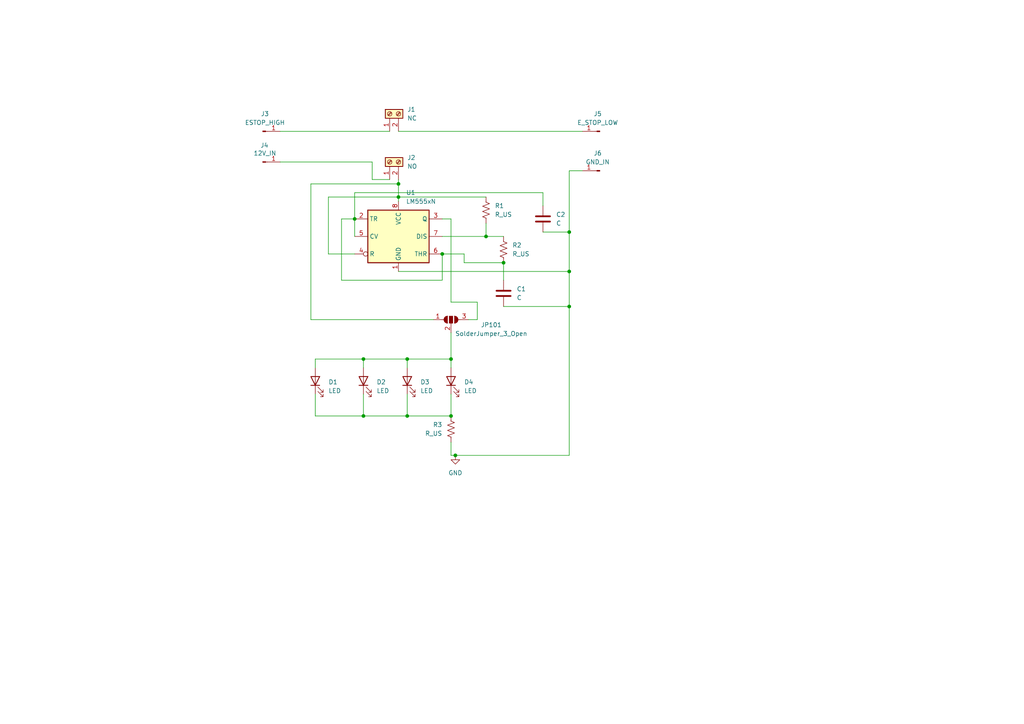
<source format=kicad_sch>
(kicad_sch (version 20250114) (generator "eeschema") (generator_version "9.0")
  (paper "A4")
  (lib_symbols
    (symbol "Connector:Conn_01x01_Pin" (pin_names (offset 1.016) (hide yes))
      (property "Reference" "J" (at 0 2.54 0))
      (property "Value" "Conn_01x01_Pin" (at 0 -2.54 0))
      (symbol "Conn_01x01_Pin_1_1"
        (rectangle (start 0.8636 0.127) (end 0 -0.127) (stroke (width 0.1524)) (fill (type outline)))
        (polyline (pts (xy 1.27 0) (xy 0.8636 0)) (stroke (width 0.1524)))
        (pin passive line (at 5.08 0 180) (length 3.81) (name "Pin_1") (number "1"))
      )
    )
    (symbol "Connector:Screw_Terminal_01x02" (pin_names (offset 1.016) (hide yes))
      (property "Reference" "J" (at 0 2.54 0))
      (property "Value" "Screw_Terminal_01x02" (at 0 -5.08 0))
      (symbol "Screw_Terminal_01x02_1_1"
        (rectangle (start -1.27 1.27) (end 1.27 -3.81) (stroke (width 0.254)) (fill (type background)))
        (polyline (pts (xy -0.5334 0.3302) (xy 0.3302 -0.508)) (stroke (width 0.1524)))
        (polyline (pts (xy -0.5334 -2.2098) (xy 0.3302 -3.048)) (stroke (width 0.1524)))
        (polyline (pts (xy -0.3556 0.508) (xy 0.508 -0.3302)) (stroke (width 0.1524)))
        (polyline (pts (xy -0.3556 -2.032) (xy 0.508 -2.8702)) (stroke (width 0.1524)))
        (circle (center 0 0) (radius 0.635) (stroke (width 0.1524)))
        (circle (center 0 -2.54) (radius 0.635) (stroke (width 0.1524)))
        (pin passive line (at -5.08 0 0) (length 3.81) (name "Pin_1") (number "1"))
        (pin passive line (at -5.08 -2.54 0) (length 3.81) (name "Pin_2") (number "2"))
      )
    )
    (symbol "Device:C" (pin_numbers (hide yes)) (pin_names (offset 0.254))
      (property "Reference" "C" (at 0.635 2.54 0))
      (property "Value" "C" (at 0.635 -2.54 0))
      (symbol "C_0_1"
        (polyline (pts (xy -2.032 0.762) (xy 2.032 0.762)) (stroke (width 0.508)))
        (polyline (pts (xy -2.032 -0.762) (xy 2.032 -0.762)) (stroke (width 0.508)))
      )
      (symbol "C_1_1"
        (pin passive line (at 0 3.81 270) (length 2.794) (name "~") (number "1"))
        (pin passive line (at 0 -3.81 90) (length 2.794) (name "~") (number "2"))
      )
    )
    (symbol "Device:LED" (pin_numbers (hide yes)) (pin_names (offset 1.016) (hide yes))
      (property "Reference" "D" (at 0 2.54 0))
      (property "Value" "LED" (at 0 -2.54 0))
      (symbol "LED_0_1"
        (polyline (pts (xy -3.048 -0.762) (xy -4.572 -2.286) (xy -3.81 -2.286) (xy -4.572 -2.286) (xy -4.572 -1.524)))
        (polyline (pts (xy -1.778 -0.762) (xy -3.302 -2.286) (xy -2.54 -2.286) (xy -3.302 -2.286) (xy -3.302 -1.524)))
        (polyline (pts (xy -1.27 0) (xy 1.27 0)))
        (polyline (pts (xy -1.27 -1.27) (xy -1.27 1.27)) (stroke (width 0.254)))
        (polyline (pts (xy 1.27 -1.27) (xy 1.27 1.27) (xy -1.27 0) (xy 1.27 -1.27)) (stroke (width 0.254)))
      )
      (symbol "LED_1_1"
        (pin passive line (at -3.81 0 0) (length 2.54) (name "K") (number "1"))
        (pin passive line (at 3.81 0 180) (length 2.54) (name "A") (number "2"))
      )
    )
    (symbol "Device:R_US" (pin_numbers (hide yes)) (pin_names (offset 0))
      (property "Reference" "R" (at 2.54 0 90))
      (property "Value" "R_US" (at -2.54 0 90))
      (symbol "R_US_0_1"
        (polyline (pts (xy 0 2.286) (xy 0 2.54)))
        (polyline (pts (xy 0 2.286) (xy 1.016 1.905) (xy 0 1.524) (xy -1.016 1.143) (xy 0 0.762)))
        (polyline (pts (xy 0 0.762) (xy 1.016 0.381) (xy 0 0) (xy -1.016 -0.381) (xy 0 -0.762)))
        (polyline (pts (xy 0 -0.762) (xy 1.016 -1.143) (xy 0 -1.524) (xy -1.016 -1.905) (xy 0 -2.286)))
        (polyline (pts (xy 0 -2.286) (xy 0 -2.54)))
      )
      (symbol "R_US_1_1"
        (pin passive line (at 0 3.81 270) (length 1.27) (name "~") (number "1"))
        (pin passive line (at 0 -3.81 90) (length 1.27) (name "~") (number "2"))
      )
    )
    (symbol "Jumper:SolderJumper_3_Open" (pin_names (offset 0) (hide yes)) (in_bom no)
      (property "Reference" "JP" (at -2.54 -2.54 0))
      (property "Value" "SolderJumper_3_Open" (at 0 2.794 0))
      (symbol "SolderJumper_3_Open_0_1"
        (polyline (pts (xy -2.54 0) (xy -2.032 0)))
        (polyline (pts (xy -1.016 1.016) (xy -1.016 -1.016)))
        (arc (start -1.016 -1.016) (mid -2.0276 0) (end -1.016 1.016))
        (arc (start -1.016 -1.016) (mid -2.0276 0) (end -1.016 1.016) (fill (type outline)))
        (rectangle (start -0.508 1.016) (end 0.508 -1.016) (fill (type outline)))
        (polyline (pts (xy 0 -1.27) (xy 0 -1.016)))
        (arc (start 1.016 1.016) (mid 2.0276 0) (end 1.016 -1.016))
        (arc (start 1.016 1.016) (mid 2.0276 0) (end 1.016 -1.016) (fill (type outline)))
        (polyline (pts (xy 1.016 1.016) (xy 1.016 -1.016)))
        (polyline (pts (xy 2.54 0) (xy 2.032 0)))
      )
      (symbol "SolderJumper_3_Open_1_1"
        (pin passive line (at -5.08 0 0) (length 2.54) (name "A") (number "1"))
        (pin passive line (at 0 -3.81 90) (length 2.54) (name "C") (number "2"))
        (pin passive line (at 5.08 0 180) (length 2.54) (name "B") (number "3"))
      )
    )
    (symbol "Timer:LM555xN"
      (property "Reference" "U" (at -10.16 8.89 0))
      (property "Value" "LM555xN" (at 2.54 8.89 0))
      (symbol "LM555xN_0_0"
        (pin power_in line (at 0 10.16 270) (length 2.54) (name "VCC") (number "8"))
        (pin power_in line (at 0 -10.16 90) (length 2.54) (name "GND") (number "1"))
      )
      (symbol "LM555xN_0_1"
        (rectangle (start -8.89 -7.62) (end 8.89 7.62) (stroke (width 0.254)) (fill (type background)))
        (rectangle (start -8.89 -7.62) (end 8.89 7.62) (stroke (width 0.254)) (fill (type background)))
      )
      (symbol "LM555xN_1_1"
        (pin input line (at -12.7 5.08 0) (length 3.81) (name "TR") (number "2"))
        (pin input line (at -12.7 0 0) (length 3.81) (name "CV") (number "5"))
        (pin input inverted (at -12.7 -5.08 0) (length 3.81) (name "R") (number "4"))
        (pin output line (at 12.7 5.08 180) (length 3.81) (name "Q") (number "3"))
        (pin input line (at 12.7 0 180) (length 3.81) (name "DIS") (number "7"))
        (pin input line (at 12.7 -5.08 180) (length 3.81) (name "THR") (number "6"))
      )
    )
    (symbol "power:GND" (power) (pin_numbers (hide yes)) (pin_names (offset 0) (hide yes))
      (property "Value" "GND" (at 0 -3.81 0))
      (symbol "GND_0_1"
        (polyline (pts (xy 0 0) (xy 0 -1.27) (xy 1.27 -1.27) (xy 0 -2.54) (xy -1.27 -1.27) (xy 0 -1.27)))
      )
      (symbol "GND_1_1"
        (pin power_in line (at 0 0 270) (length 0) (name "~") (number "1"))
      )
    )
  )
  (junction (at 146.05 76.2))
  (junction (at 102.87 63.5))
  (junction (at 140.97 68.58))
  (junction (at 118.11 120.65))
  (junction (at 105.41 120.65))
  (junction (at 130.81 120.65))
  (junction (at 118.11 104.14))
  (junction (at 165.1 78.74))
  (junction (at 130.81 104.14))
  (junction (at 128.27 73.66))
  (junction (at 105.41 104.14))
  (junction (at 115.57 57.15))
  (junction (at 115.57 53.34))
  (junction (at 132.08 132.08))
  (junction (at 165.1 67.31))
  (junction (at 165.1 88.9))
  (wire (pts (xy 140.97 64.77) (xy 140.97 68.58)))
  (wire (pts (xy 115.57 78.74) (xy 165.1 78.74)))
  (wire (pts (xy 105.41 104.14) (xy 91.44 104.14)))
  (wire (pts (xy 157.48 67.31) (xy 165.1 67.31)))
  (wire (pts (xy 146.05 76.2) (xy 146.05 81.28)))
  (wire (pts (xy 118.11 114.3) (xy 118.11 120.65)))
  (wire (pts (xy 138.43 92.71) (xy 135.89 92.71)))
  (wire (pts (xy 157.48 55.88) (xy 157.48 59.69)))
  (wire (pts (xy 128.27 81.28) (xy 128.27 73.66)))
  (wire (pts (xy 134.62 73.66) (xy 128.27 73.66)))
  (wire (pts (xy 115.57 52.07) (xy 115.57 53.34)))
  (wire (pts (xy 102.87 63.5) (xy 102.87 55.88)))
  (wire (pts (xy 105.41 114.3) (xy 105.41 120.65)))
  (wire (pts (xy 132.08 132.08) (xy 165.1 132.08)))
  (wire (pts (xy 102.87 63.5) (xy 99.06 63.5)))
  (wire (pts (xy 118.11 104.14) (xy 130.81 104.14)))
  (wire (pts (xy 107.95 46.99) (xy 107.95 52.07)))
  (wire (pts (xy 140.97 68.58) (xy 146.05 68.58)))
  (wire (pts (xy 115.57 53.34) (xy 90.17 53.34)))
  (wire (pts (xy 118.11 120.65) (xy 130.81 120.65)))
  (wire (pts (xy 105.41 104.14) (xy 118.11 104.14)))
  (wire (pts (xy 95.25 57.15) (xy 115.57 57.15)))
  (wire (pts (xy 165.1 78.74) (xy 165.1 88.9)))
  (wire (pts (xy 130.81 114.3) (xy 130.81 120.65)))
  (wire (pts (xy 102.87 55.88) (xy 157.48 55.88)))
  (wire (pts (xy 107.95 52.07) (xy 113.03 52.07)))
  (wire (pts (xy 90.17 92.71) (xy 125.73 92.71)))
  (wire (pts (xy 165.1 49.53) (xy 168.91 49.53)))
  (wire (pts (xy 134.62 76.2) (xy 134.62 73.66)))
  (wire (pts (xy 165.1 88.9) (xy 165.1 132.08)))
  (wire (pts (xy 95.25 73.66) (xy 95.25 57.15)))
  (wire (pts (xy 138.43 87.63) (xy 138.43 92.71)))
  (wire (pts (xy 105.41 120.65) (xy 118.11 120.65)))
  (wire (pts (xy 130.81 96.52) (xy 130.81 104.14)))
  (wire (pts (xy 91.44 114.3) (xy 91.44 120.65)))
  (wire (pts (xy 165.1 78.74) (xy 165.1 67.31)))
  (wire (pts (xy 115.57 58.42) (xy 115.57 57.15)))
  (wire (pts (xy 99.06 81.28) (xy 128.27 81.28)))
  (wire (pts (xy 146.05 88.9) (xy 165.1 88.9)))
  (wire (pts (xy 102.87 68.58) (xy 102.87 63.5)))
  (wire (pts (xy 134.62 76.2) (xy 146.05 76.2)))
  (wire (pts (xy 130.81 132.08) (xy 132.08 132.08)))
  (wire (pts (xy 91.44 120.65) (xy 105.41 120.65)))
  (wire (pts (xy 99.06 63.5) (xy 99.06 81.28)))
  (wire (pts (xy 105.41 104.14) (xy 105.41 106.68)))
  (wire (pts (xy 115.57 57.15) (xy 140.97 57.15)))
  (wire (pts (xy 90.17 53.34) (xy 90.17 92.71)))
  (wire (pts (xy 130.81 104.14) (xy 130.81 106.68)))
  (wire (pts (xy 91.44 104.14) (xy 91.44 106.68)))
  (wire (pts (xy 115.57 53.34) (xy 115.57 57.15)))
  (wire (pts (xy 81.28 38.1) (xy 113.03 38.1)))
  (wire (pts (xy 130.81 63.5) (xy 130.81 87.63)))
  (wire (pts (xy 140.97 68.58) (xy 128.27 68.58)))
  (wire (pts (xy 115.57 38.1) (xy 168.91 38.1)))
  (wire (pts (xy 102.87 73.66) (xy 95.25 73.66)))
  (wire (pts (xy 130.81 87.63) (xy 138.43 87.63)))
  (wire (pts (xy 165.1 67.31) (xy 165.1 49.53)))
  (wire (pts (xy 118.11 106.68) (xy 118.11 104.14)))
  (wire (pts (xy 128.27 63.5) (xy 130.81 63.5)))
  (wire (pts (xy 130.81 128.27) (xy 130.81 132.08)))
  (wire (pts (xy 81.28 46.99) (xy 107.95 46.99)))
  (symbol (lib_id "Jumper:SolderJumper_3_Open") (at 130.81 92.71 0) (unit 1) (in_bom no)
    (property "Reference" "JP101" (at 142.494 94.234 0))
    (property "Value" "SolderJumper_3_Open" (at 142.494 96.774 0))
    (property "Footprint" "Jumper:SolderJumper-3_P1.3mm_Open_Pad1.0x1.5mm" (effects (hide yes)))
    (property "Description" "Solder Jumper, 3-pole, open" (effects (hide yes)))
  )
  (symbol (lib_id "Timer:LM555xN") (at 115.57 68.58 0) (unit 1)
    (property "Reference" "U1" (at 117.7641 55.88 0) (effects (justify left)))
    (property "Value" "LM555xN" (at 117.7641 58.42 0) (effects (justify left)))
    (property "Footprint" "Package_DIP:DIP-8_W7.62mm" (effects (hide yes)))
    (property "Datasheet" "http://www.ti.com/lit/ds/symlink/lm555.pdf" (effects (hide yes)))
    (property "Description" "Timer, 555 compatible, PDIP-8" (effects (hide yes)))
  )
  (symbol (lib_id "Device:R_US") (at 130.81 124.46 0) (unit 1)
    (property "Reference" "R3" (at 128.27 123.1899 0) (effects (justify right)))
    (property "Value" "R_US" (at 128.27 125.7299 0) (effects (justify right)))
    (property "Footprint" "Resistor_SMD:R_0805_2012Metric_Pad1.20x1.40mm_HandSolder" (effects (hide yes)))
    (property "Description" "Resistor, US symbol" (effects (hide yes)))
  )
  (symbol (lib_id "Device:LED") (at 118.11 110.49 90) (unit 1)
    (property "Reference" "D3" (at 121.92 110.8074 90) (effects (justify right)))
    (property "Value" "LED" (at 121.92 113.3474 90) (effects (justify right)))
    (property "Footprint" "LED_THT:LED_D3.0mm" (effects (hide yes)))
    (property "Description" "Light emitting diode" (effects (hide yes)))
  )
  (symbol (lib_id "Device:C") (at 146.05 85.09 0) (unit 1)
    (property "Reference" "C1" (at 149.86 83.8199 0) (effects (justify left)))
    (property "Value" "C" (at 149.86 86.3599 0) (effects (justify left)))
    (property "Footprint" "Capacitor_THT:CP_Radial_D4.0mm_P2.00mm" (effects (hide yes)))
    (property "Description" "Unpolarized capacitor" (effects (hide yes)))
  )
  (symbol (lib_id "Connector:Screw_Terminal_01x02") (at 113.03 33.02 90) (unit 1)
    (property "Reference" "J1" (at 118.11 31.7499 90) (effects (justify right)))
    (property "Value" "NC" (at 118.11 34.2899 90) (effects (justify right)))
    (property "Footprint" "Connector_Wire:SolderWire-0.5sqmm_1x02_P4.6mm_D0.9mm_OD2.1mm" (effects (hide yes)))
    (property "Description" "Generic screw terminal, single row, 01x02, script generated (kicad-library-utils/schlib/autogen/connector/)" (effects (hide yes)))
  )
  (symbol (lib_id "Device:R_US") (at 146.05 72.39 180) (unit 1)
    (property "Reference" "R2" (at 148.59 71.1199 0) (effects (justify right)))
    (property "Value" "R_US" (at 148.59 73.6599 0) (effects (justify right)))
    (property "Footprint" "Resistor_SMD:R_0805_2012Metric_Pad1.20x1.40mm_HandSolder" (effects (hide yes)))
    (property "Description" "Resistor, US symbol" (effects (hide yes)))
  )
  (symbol (lib_id "Connector:Screw_Terminal_01x02") (at 113.03 46.99 90) (unit 1)
    (property "Reference" "J2" (at 118.11 45.7199 90) (effects (justify right)))
    (property "Value" "NO" (at 118.11 48.2599 90) (effects (justify right)))
    (property "Footprint" "Connector_Wire:SolderWire-0.5sqmm_1x02_P4.6mm_D0.9mm_OD2.1mm" (effects (hide yes)))
    (property "Description" "Generic screw terminal, single row, 01x02, script generated (kicad-library-utils/schlib/autogen/connector/)" (effects (hide yes)))
  )
  (symbol (lib_id "Connector:Conn_01x01_Pin") (at 173.99 49.53 180) (unit 1)
    (property "Reference" "J6" (at 173.355 44.45 0))
    (property "Value" "GND_IN" (at 173.355 46.99 0))
    (property "Footprint" "Connector_Wire:SolderWire-0.5sqmm_1x01_D0.9mm_OD2.1mm" (effects (hide yes)))
    (property "Description" "Generic connector, single row, 01x01, script generated" (effects (hide yes)))
  )
  (symbol (lib_id "Device:R_US") (at 140.97 60.96 180) (unit 1)
    (property "Reference" "R1" (at 143.51 59.6899 0) (effects (justify right)))
    (property "Value" "R_US" (at 143.51 62.2299 0) (effects (justify right)))
    (property "Footprint" "Resistor_SMD:R_0805_2012Metric_Pad1.20x1.40mm_HandSolder" (effects (hide yes)))
    (property "Description" "Resistor, US symbol" (effects (hide yes)))
  )
  (symbol (lib_id "power:GND") (at 132.08 132.08 0) (unit 1)
    (property "Reference" "#PWR_FLAG0101" (effects (hide yes)))
    (property "Value" "GND" (at 132.08 137.16 0))
    (property "Description" "Power symbol creates a global label with name \"GND\" , ground" (effects (hide yes)))
  )
  (symbol (lib_id "Connector:Conn_01x01_Pin") (at 76.2 46.99 0) (unit 1)
    (property "Reference" "J4" (at 76.708 42.164 0))
    (property "Value" "12V_IN" (at 76.835 44.45 0))
    (property "Footprint" "Connector_Wire:SolderWire-0.5sqmm_1x01_D0.9mm_OD2.1mm" (effects (hide yes)))
    (property "Description" "Generic connector, single row, 01x01, script generated" (effects (hide yes)))
  )
  (symbol (lib_id "Device:LED") (at 105.41 110.49 90) (unit 1)
    (property "Reference" "D2" (at 109.22 110.8074 90) (effects (justify right)))
    (property "Value" "LED" (at 109.22 113.3474 90) (effects (justify right)))
    (property "Footprint" "LED_THT:LED_D3.0mm" (effects (hide yes)))
    (property "Description" "Light emitting diode" (effects (hide yes)))
  )
  (symbol (lib_id "Device:C") (at 157.48 63.5 0) (unit 1)
    (property "Reference" "C2" (at 161.29 62.2299 0) (effects (justify left)))
    (property "Value" "C" (at 161.29 64.7699 0) (effects (justify left)))
    (property "Footprint" "Capacitor_SMD:C_0603_1608Metric_Pad1.08x0.95mm_HandSolder" (effects (hide yes)))
    (property "Description" "Unpolarized capacitor" (effects (hide yes)))
  )
  (symbol (lib_id "Device:LED") (at 130.81 110.49 90) (unit 1)
    (property "Reference" "D4" (at 134.62 110.8074 90) (effects (justify right)))
    (property "Value" "LED" (at 134.62 113.3474 90) (effects (justify right)))
    (property "Footprint" "LED_THT:LED_D3.0mm" (effects (hide yes)))
    (property "Description" "Light emitting diode" (effects (hide yes)))
  )
  (symbol (lib_id "Connector:Conn_01x01_Pin") (at 173.99 38.1 180) (unit 1)
    (property "Reference" "J5" (at 173.355 33.02 0))
    (property "Value" "E_STOP_LOW" (at 173.355 35.56 0))
    (property "Footprint" "Connector_Wire:SolderWire-0.5sqmm_1x01_D0.9mm_OD2.1mm" (effects (hide yes)))
    (property "Description" "Generic connector, single row, 01x01, script generated" (effects (hide yes)))
  )
  (symbol (lib_id "Connector:Conn_01x01_Pin") (at 76.2 38.1 0) (unit 1)
    (property "Reference" "J3" (at 76.835 33.02 0))
    (property "Value" "ESTOP_HIGH" (at 76.835 35.56 0))
    (property "Footprint" "Connector_Wire:SolderWire-0.5sqmm_1x01_D0.9mm_OD2.1mm" (effects (hide yes)))
    (property "Description" "Generic connector, single row, 01x01, script generated" (effects (hide yes)))
  )
  (symbol (lib_id "Device:LED") (at 91.44 110.49 90) (unit 1)
    (property "Reference" "D1" (at 95.25 110.8074 90) (effects (justify right)))
    (property "Value" "LED" (at 95.25 113.3474 90) (effects (justify right)))
    (property "Footprint" "LED_THT:LED_D3.0mm" (effects (hide yes)))
    (property "Description" "Light emitting diode" (effects (hide yes)))
  )
)
</source>
